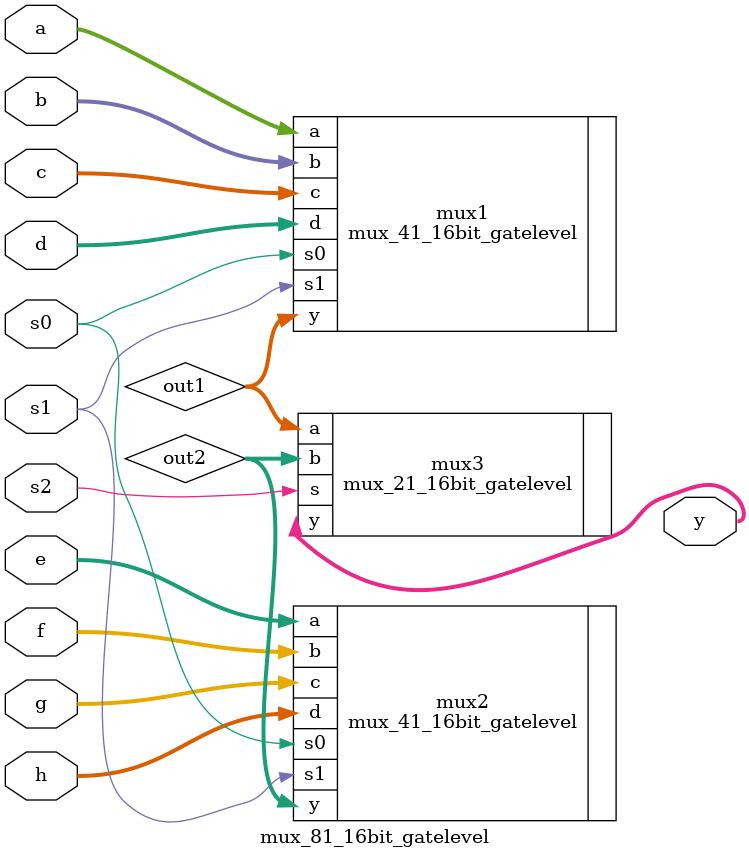
<source format=v>
module mux_81_16bit_gatelevel (y, s2, s1, s0, a, b, c, d, e, f, g, h);

output [15:0] y;
input [15:0] a, b, c, d, e, f, g, h;
input s2, s1, s0;

wire [15:0] out1, out2;

mux_41_16bit_gatelevel mux1 (.y(out1), .s1(s1), .s0(s0), .a(a), .b(b), .c(c), .d(d));
mux_41_16bit_gatelevel mux2 (.y(out2), .s1(s1), .s0(s0), .a(e), .b(f), .c(g), .d(h));
mux_21_16bit_gatelevel mux3 (.y(y), .s(s2), .a(out1), .b(out2));

endmodule
</source>
